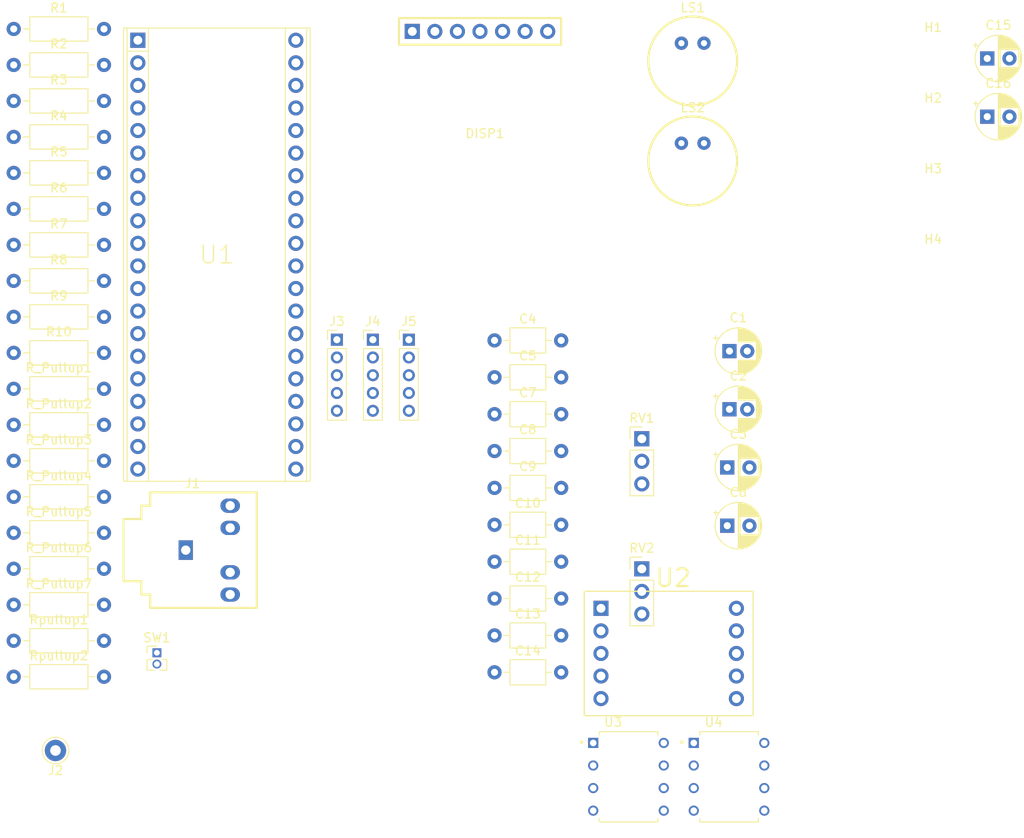
<source format=kicad_pcb>
(kicad_pcb (version 20221018) (generator pcbnew)
  (layers (0 "F.Cu" signal) (31 "B.Cu" signal) (34 "B.Paste" user) (35 "F.Paste" user) (36 "B.SilkS" user "B.Silkscreen") (37 "F.SilkS" user "F.Silkscreen") (38 "B.Mask" user) (39 "F.Mask" user) (44 "Edge.Cuts" user))
  (net 0 "")
  (net 1 "Net-(U3-BYPASS)")
  (net 2 "GND")
  (net 3 "Net-(U4-BYPASS)")
  (net 4 "Net-(C3-Pad2)")
  (net 5 "/ROUT")
  (net 6 "/LOUT")
  (net 7 "Net-(C11-Pad2)")
  (net 8 "Net-(C10-Pad2)")
  (net 9 "Net-(C13-Pad2)")
  (net 10 "Net-(C14-Pad2)")
  (net 11 "/3V3")
  (net 12 "/SCK")
  (net 13 "/SDA")
  (net 14 "/RES")
  (net 15 "/DC")
  (net 16 "/CS")
  (net 17 "/RSpeaker")
  (net 18 "/LSpeaker")
  (net 19 "Net-(J2-Pin_1)")
  (net 20 "/I2CSCK")
  (net 21 "/I2CTX")
  (net 22 "Net-(U3-+)")
  (net 23 "Net-(U4-+)")
  (net 24 "/SW1")
  (net 25 "/SW2")
  (net 26 "/SW3")
  (net 27 "/SW4")
  (net 28 "Net-(C3-Pad1)")
  (net 29 "Net-(C4-Pad2)")
  (net 30 "Net-(C5-Pad1)")
  (net 31 "Net-(C5-Pad2)")
  (net 32 "Net-(C6-Pad2)")
  (net 33 "Net-(C7-Pad2)")
  (net 46 "Net-(C8-Pad2)")
  (net 47 "+5V")
  (net 55 "/ROT1B")
  (net 56 "Net-(C9-Pad2)")
  (net 57 "/ROT1A")
  (net 58 "/ROT2A")
  (net 59 "/ROT2B")
  (net 60 "Net-(C12-Pad2)")
  (net 61 "/ROT3A")
  (net 62 "/ROT3B")
  (net 63 "5V")
  (net 64 "Net-(C15-Pad1)")
  (net 65 "Net-(C16-Pad1)")
  (footprint "Capacitor_THT:C_Axial_L3.8mm_D2.6mm_P7.50mm_Horizontal" (layer "F.Cu") (at 95.64 91.98)
    (fp_text reference "C11" (at 3.75 -2.42) (layer "F.SilkS"))
    (fp_text value "0.05 µF")
    (pad "1" thru_hole circle (at 0 0) (size 1.6 1.6) (drill 0.8) (layers "*.Cu" "*.Mask") (net 58 "/ROT2A"))
    (pad "2" thru_hole oval (at 7.5 0) (size 1.6 1.6) (drill 0.8) (layers "*.Cu" "*.Mask") (net 7 "Net-(C11-Pad2)"))
  )
  (footprint "Resistor_THT:R_Axial_DIN0207_L6.3mm_D2.5mm_P10.16mm_Horizontal" (layer "F.Cu") (at 41.53 36.08)
    (fp_text reference "R2" (at 5.08 -2.37) (layer "F.SilkS"))
    (fp_text value "10Ω")
    (pad "1" thru_hole circle (at 0 0) (size 1.6 1.6) (drill 0.8) (layers "*.Cu" "*.Mask") (net 31 "Net-(C5-Pad2)"))
    (pad "2" thru_hole oval (at 10.16 0) (size 1.6 1.6) (drill 0.8) (layers "*.Cu" "*.Mask") (net 2 "GND"))
  )
  (footprint "Capacitor_THT:C_Axial_L3.8mm_D2.6mm_P7.50mm_Horizontal" (layer "F.Cu") (at 95.64 87.83)
    (fp_text reference "C10" (at 3.75 -2.42) (layer "F.SilkS"))
    (fp_text value "0.05 µF")
    (pad "1" thru_hole circle (at 0 0) (size 1.6 1.6) (drill 0.8) (layers "*.Cu" "*.Mask") (net 57 "/ROT1A"))
    (pad "2" thru_hole oval (at 7.5 0) (size 1.6 1.6) (drill 0.8) (layers "*.Cu" "*.Mask") (net 8 "Net-(C10-Pad2)"))
  )
  (footprint "Capacitor_THT:CP_Radial_D5.0mm_P2.00mm" (layer "F.Cu") (at 122.079775 68.28)
    (fp_text reference "C1" (at 1 -3.75) (layer "F.SilkS"))
    (fp_text value "10 µF")
    (pad "1" thru_hole rect (at 0 0) (size 1.6 1.6) (drill 0.8) (layers "*.Cu" "*.Mask") (net 1 "Net-(U3-BYPASS)"))
    (pad "2" thru_hole circle (at 2 0) (size 1.6 1.6) (drill 0.8) (layers "*.Cu" "*.Mask") (net 2 "GND"))
  )
  (footprint "Connector_PinHeader_2.54mm:PinHeader_1x03_P2.54mm_Vertical" (layer "F.Cu") (at 112.215 92.791)
    (fp_text reference "RV2" (at 0 -2.33) (layer "F.SilkS"))
    (fp_text value "10kΩ")
    (pad "1" thru_hole rect (at 0 0) (size 1.7 1.7) (drill 1) (layers "*.Cu" "*.Mask") (net 17 "/RSpeaker"))
    (pad "2" thru_hole oval (at 0 2.54) (size 1.7 1.7) (drill 1) (layers "*.Cu" "*.Mask") (net 65 "Net-(C16-Pad1)"))
    (pad "3" thru_hole oval (at 0 5.08) (size 1.7 1.7) (drill 1) (layers "*.Cu" "*.Mask") (net 2 "GND"))
  )
  (footprint "Capacitor_THT:C_Axial_L3.8mm_D2.6mm_P7.50mm_Horizontal" (layer "F.Cu") (at 95.64 100.28)
    (fp_text reference "C13" (at 3.75 -2.42) (layer "F.SilkS"))
    (fp_text value "0.05 µF")
    (pad "1" thru_hole circle (at 0 0) (size 1.6 1.6) (drill 0.8) (layers "*.Cu" "*.Mask") (net 61 "/ROT3A"))
    (pad "2" thru_hole oval (at 7.5 0) (size 1.6 1.6) (drill 0.8) (layers "*.Cu" "*.Mask") (net 9 "Net-(C13-Pad2)"))
  )
  (footprint "Resistor_THT:R_Axial_DIN0207_L6.3mm_D2.5mm_P10.16mm_Horizontal" (layer "F.Cu") (at 41.53 96.83)
    (fp_text reference "R_Pullup7" (at 5.08 -2.37) (layer "F.SilkS"))
    (fp_text value "2kΩ")
    (pad "1" thru_hole circle (at 0 0) (size 1.6 1.6) (drill 0.8) (layers "*.Cu" "*.Mask") (net 61 "/ROT3A"))
    (pad "2" thru_hole oval (at 10.16 0) (size 1.6 1.6) (drill 0.8) (layers "*.Cu" "*.Mask") (net 11 "/3V3"))
  )
  (footprint "Resistor_THT:R_Axial_DIN0207_L6.3mm_D2.5mm_P10.16mm_Horizontal" (layer "F.Cu") (at 41.53 52.28)
    (fp_text reference "R6" (at 5.08 -2.37) (layer "F.SilkS"))
    (fp_text value "10Ω")
    (pad "1" thru_hole circle (at 0 0) (size 1.6 1.6) (drill 0.8) (layers "*.Cu" "*.Mask") (net 8 "Net-(C10-Pad2)"))
    (pad "2" thru_hole oval (at 10.16 0) (size 1.6 1.6) (drill 0.8) (layers "*.Cu" "*.Mask") (net 2 "GND"))
  )
  (footprint "Capacitor_THT:CP_Radial_D5.0mm_P2.50mm" (layer "F.Cu") (at 121.829775 87.93)
    (fp_text reference "C6" (at 1.25 -3.75) (layer "F.SilkS"))
    (fp_text value "470 µF")
    (pad "1" thru_hole rect (at 0 0) (size 1.6 1.6) (drill 0.8) (layers "*.Cu" "*.Mask") (net 30 "Net-(C5-Pad1)"))
    (pad "2" thru_hole circle (at 2.5 0) (size 1.6 1.6) (drill 0.8) (layers "*.Cu" "*.Mask") (net 32 "Net-(C6-Pad2)"))
  )
  (footprint "Capacitor_THT:C_Axial_L3.8mm_D2.6mm_P7.50mm_Horizontal" (layer "F.Cu") (at 95.64 75.38)
    (fp_text reference "C7" (at 3.75 -2.42) (layer "F.SilkS"))
    (fp_text value "0.05 µF")
    (pad "1" thru_hole circle (at 0 0) (size 1.6 1.6) (drill 0.8) (layers "*.Cu" "*.Mask") (net 6 "/LOUT"))
    (pad "2" thru_hole oval (at 7.5 0) (size 1.6 1.6) (drill 0.8) (layers "*.Cu" "*.Mask") (net 33 "Net-(C7-Pad2)"))
  )
  (footprint "ECE:RDA5807M_Module_TH" (layer "F.Cu") (at 115.24 102.31)
    (fp_text reference "U2" (at 0.5 -8.5 unlocked) (layer "F.SilkS") (effects (font (size 2 2) (thickness 0.25))))
    (fp_text value "RDA5807M_Module")
    (pad "1" thru_hole rect (at -7.62 -5.08 180) (size 1.7 1.7) (drill 1) (layers "*.Cu" "*.Mask") (net 21 "/I2CTX"))
    (pad "2" thru_hole circle (at -7.62 -2.54 180) (size 1.7 1.7) (drill 1) (layers "*.Cu" "*.Mask") (net 20 "/I2CSCK"))
    (pad "3" thru_hole circle (at -7.62 0 180) (size 1.7 1.7) (drill 1) (layers "*.Cu" "*.Mask"))
    (pad "4" thru_hole circle (at -7.62 2.54 180) (size 1.7 1.7) (drill 1) (layers "*.Cu" "*.Mask"))
    (pad "5" thru_hole circle (at -7.62 5.08 180) (size 1.7 1.7) (drill 1) (layers "*.Cu" "*.Mask") (net 11 "/3V3"))
    (pad "6" thru_hole circle (at 7.62 5.08 180) (size 1.7 1.7) (drill 1) (layers "*.Cu" "*.Mask") (net 2 "GND"))
    (pad "7" thru_hole circle (at 7.62 2.54 180) (size 1.7 1.7) (drill 1) (layers "*.Cu" "*.Mask") (net 5 "/ROUT"))
    (pad "8" thru_hole circle (at 7.62 0 180) (size 1.7 1.7) (drill 1) (layers "*.Cu" "*.Mask") (net 6 "/LOUT"))
    (pad "9" thru_hole circle (at 7.62 -2.54 180) (size 1.7 1.7) (drill 1) (layers "*.Cu" "*.Mask"))
    (pad "10" thru_hole circle (at 7.62 -5.08 180) (size 1.7 1.7) (drill 1) (layers "*.Cu" "*.Mask") (net 19 "Net-(J2-Pin_1)"))
  )
  (footprint "LM386N_4:DIP794W45P254L1016H508Q8" (layer "F.Cu") (at 110.715 116.19)
    (fp_text reference "U3" (at -1.725 -6.135) (layer "F.SilkS"))
    (fp_text value "LM386")
    (pad "1" thru_hole rect (at -3.97 -3.81) (size 1.14 1.14) (drill 0.74) (layers "*.Cu" "*.Mask"))
    (pad "2" thru_hole circle (at -3.97 -1.27) (size 1.14 1.14) (drill 0.74) (layers "*.Cu" "*.Mask") (net 2 "GND"))
    (pad "3" thru_hole circle (at -3.97 1.27) (size 1.14 1.14) (drill 0.74) (layers "*.Cu" "*.Mask") (net 22 "Net-(U3-+)"))
    (pad "4" thru_hole circle (at -3.97 3.81) (size 1.14 1.14) (drill 0.74) (layers "*.Cu" "*.Mask") (net 2 "GND"))
    (pad "5" thru_hole circle (at 3.97 3.81) (size 1.14 1.14) (drill 0.74) (layers "*.Cu" "*.Mask") (net 30 "Net-(C5-Pad1)"))
    (pad "6" thru_hole circle (at 3.97 1.27) (size 1.14 1.14) (drill 0.74) (layers "*.Cu" "*.Mask") (net 63 "5V"))
    (pad "7" thru_hole circle (at 3.97 -1.27) (size 1.14 1.14) (drill 0.74) (layers "*.Cu" "*.Mask") (net 1 "Net-(U3-BYPASS)"))
    (pad "8" thru_hole circle (at 3.97 -3.81) (size 1.14 1.14) (drill 0.74) (layers "*.Cu" "*.Mask"))
  )
  (footprint "Capacitor_THT:C_Axial_L3.8mm_D2.6mm_P7.50mm_Horizontal" (layer "F.Cu") (at 95.64 104.43)
    (fp_text reference "C14" (at 3.75 -2.42) (layer "F.SilkS"))
    (fp_text value "0.05 µF")
    (pad "1" thru_hole circle (at 0 0) (size 1.6 1.6) (drill 0.8) (layers "*.Cu" "*.Mask") (net 62 "/ROT3B"))
    (pad "2" thru_hole oval (at 7.5 0) (size 1.6 1.6) (drill 0.8) (layers "*.Cu" "*.Mask") (net 10 "Net-(C14-Pad2)"))
  )
  (footprint "Capacitor_THT:CP_Radial_D5.0mm_P2.50mm" (layer "F.Cu") (at 121.829775 81.38)
    (fp_text reference "C3" (at 1.25 -3.75) (layer "F.SilkS"))
    (fp_text value "470 µF")
    (pad "1" thru_hole rect (at 0 0) (size 1.6 1.6) (drill 0.8) (layers "*.Cu" "*.Mask") (net 28 "Net-(C3-Pad1)"))
    (pad "2" thru_hole circle (at 2.5 0) (size 1.6 1.6) (drill 0.8) (layers "*.Cu" "*.Mask") (net 4 "Net-(C3-Pad2)"))
  )
  (footprint "Resistor_THT:R_Axial_DIN0207_L6.3mm_D2.5mm_P10.16mm_Horizontal" (layer "F.Cu") (at 41.53 88.73)
    (fp_text reference "R_Pullup5" (at 5.08 -2.37) (layer "F.SilkS"))
    (fp_text value "2kΩ")
    (pad "1" thru_hole circle (at 0 0) (size 1.6 1.6) (drill 0.8) (layers "*.Cu" "*.Mask") (net 58 "/ROT2A"))
    (pad "2" thru_hole oval (at 10.16 0) (size 1.6 1.6) (drill 0.8) (layers "*.Cu" "*.Mask") (net 11 "/3V3"))
  )
  (footprint "Connector_PinHeader_2.00mm:PinHeader_1x05_P2.00mm_Vertical" (layer "F.Cu") (at 86 67)
    (fp_text reference "J5" (at 0 -2.06) (layer "F.SilkS"))
    (fp_text value "Conn_01x05")
    (pad "1" thru_hole rect (at 0 0) (size 1.35 1.35) (drill 0.8) (layers "*.Cu" "*.Mask") (net 59 "/ROT2B"))
    (pad "2" thru_hole oval (at 0 2) (size 1.35 1.35) (drill 0.8) (layers "*.Cu" "*.Mask") (net 27 "/SW4"))
    (pad "3" thru_hole oval (at 0 4) (size 1.35 1.35) (drill 0.8) (layers "*.Cu" "*.Mask") (net 2 "GND"))
    (pad "4" thru_hole oval (at 0 6) (size 1.35 1.35) (drill 0.8) (layers "*.Cu" "*.Mask") (net 2 "GND"))
    (pad "5" thru_hole oval (at 0 8) (size 1.35 1.35) (drill 0.8) (layers "*.Cu" "*.Mask") (net 58 "/ROT2A"))
  )
  (footprint "Resistor_THT:R_Axial_DIN0207_L6.3mm_D2.5mm_P10.16mm_Horizontal" (layer "F.Cu") (at 41.53 60.38)
    (fp_text reference "R8" (at 5.08 -2.37) (layer "F.SilkS"))
    (fp_text value "10Ω")
    (pad "1" thru_hole circle (at 0 0) (size 1.6 1.6) (drill 0.8) (layers "*.Cu" "*.Mask") (net 60 "Net-(C12-Pad2)"))
    (pad "2" thru_hole oval (at 10.16 0) (size 1.6 1.6) (drill 0.8) (layers "*.Cu" "*.Mask") (net 2 "GND"))
  )
  (footprint "MountingHole:MountingHole_3.2mm_M3" (layer "F.Cu") (at 145 51.95)
    (fp_text reference "H3" (at 0 -4.2) (layer "F.SilkS"))
    (fp_text value "MountingHole")
    (pad "" np_thru_hole circle (at 0 0) (size 3.2 3.2) (drill 3.2) (layers "*.Cu" "*.Mask"))
  )
  (footprint "Resistor_THT:R_Axial_DIN0207_L6.3mm_D2.5mm_P10.16mm_Horizontal" (layer "F.Cu") (at 41.53 80.63)
    (fp_text reference "R_Pullup3" (at 5.08 -2.37) (layer "F.SilkS"))
    (fp_text value "2kΩ")
    (pad "1" thru_hole circle (at 0 0) (size 1.6 1.6) (drill 0.8) (layers "*.Cu" "*.Mask") (net 16 "/CS"))
    (pad "2" thru_hole oval (at 10.16 0) (size 1.6 1.6) (drill 0.8) (layers "*.Cu" "*.Mask") (net 11 "/3V3"))
  )
  (footprint "Capacitor_THT:C_Axial_L3.8mm_D2.6mm_P7.50mm_Horizontal" (layer "F.Cu") (at 95.64 79.53)
    (fp_text reference "C8" (at 3.75 -2.42) (layer "F.SilkS"))
    (fp_text value "0.05 µF")
    (pad "1" thru_hole circle (at 0 0) (size 1.6 1.6) (drill 0.8) (layers "*.Cu" "*.Mask") (net 5 "/ROUT"))
    (pad "2" thru_hole oval (at 7.5 0) (size 1.6 1.6) (drill 0.8) (layers "*.Cu" "*.Mask") (net 46 "Net-(C8-Pad2)"))
  )
  (footprint "Resistor_THT:R_Axial_DIN0207_L6.3mm_D2.5mm_P10.16mm_Horizontal" (layer "F.Cu") (at 41.53 48.23)
    (fp_text reference "R5" (at 5.08 -2.37) (layer "F.SilkS"))
    (fp_text value "10Ω")
    (pad "1" thru_hole circle (at 0 0) (size 1.6 1.6) (drill 0.8) (layers "*.Cu" "*.Mask") (net 56 "Net-(C9-Pad2)"))
    (pad "2" thru_hole oval (at 10.16 0) (size 1.6 1.6) (drill 0.8) (layers "*.Cu" "*.Mask") (net 2 "GND"))
  )
  (footprint "Capacitor_THT:C_Axial_L3.8mm_D2.6mm_P7.50mm_Horizontal" (layer "F.Cu") (at 95.64 67.08)
    (fp_text reference "C4" (at 3.75 -2.42) (layer "F.SilkS"))
    (fp_text value "0.05 µF")
    (pad "1" thru_hole circle (at 0 0) (size 1.6 1.6) (drill 0.8) (layers "*.Cu" "*.Mask") (net 28 "Net-(C3-Pad1)"))
    (pad "2" thru_hole oval (at 7.5 0) (size 1.6 1.6) (drill 0.8) (layers "*.Cu" "*.Mask") (net 29 "Net-(C4-Pad2)"))
  )
  (footprint "LM386N_4:DIP794W45P254L1016H508Q8" (layer "F.Cu") (at 122.03 116.19)
    (fp_text reference "U4" (at -1.725 -6.135) (layer "F.SilkS"))
    (fp_text value "LM386")
    (pad "1" thru_hole rect (at -3.97 -3.81) (size 1.14 1.14) (drill 0.74) (layers "*.Cu" "*.Mask"))
    (pad "2" thru_hole circle (at -3.97 -1.27) (size 1.14 1.14) (drill 0.74) (layers "*.Cu" "*.Mask") (net 2 "GND"))
    (pad "3" thru_hole circle (at -3.97 1.27) (size 1.14 1.14) (drill 0.74) (layers "*.Cu" "*.Mask") (net 23 "Net-(U4-+)"))
    (pad "4" thru_hole circle (at -3.97 3.81) (size 1.14 1.14) (drill 0.74) (layers "*.Cu" "*.Mask") (net 2 "GND"))
    (pad "5" thru_hole circle (at 3.97 3.81) (size 1.14 1.14) (drill 0.74) (layers "*.Cu" "*.Mask") (net 28 "Net-(C3-Pad1)"))
    (pad "6" thru_hole circle (at 3.97 1.27) (size 1.14 1.14) (drill 0.74) (layers "*.Cu" "*.Mask") (net 63 "5V"))
    (pad "7" thru_hole circle (at 3.97 -1.27) (size 1.14 1.14) (drill 0.74) (layers "*.Cu" "*.Mask") (net 3 "Net-(U4-BYPASS)"))
    (pad "8" thru_hole circle (at 3.97 -3.81) (size 1.14 1.14) (drill 0.74) (layers "*.Cu" "*.Mask"))
  )
  (footprint "Connector_Pin:Pin_D1.0mm_L10.0mm_LooseFit" (layer "F.Cu") (at 46.23 113.23)
    (fp_text reference "J2" (at 0 2.25) (layer "F.SilkS"))
    (fp_text value "Conn_01x01_Pin")
    (pad "1" thru_hole circle (at 0 0) (size 2.4 2.4) (drill 1.2) (layers "*.Cu" "*.Mask") (net 19 "Net-(J2-Pin_1)"))
  )
  (footprint "Capacitor_THT:C_Axial_L3.8mm_D2.6mm_P7.50mm_Horizontal" (layer "F.Cu") (at 95.64 71.23)
    (fp_text reference "C5" (at 3.75 -2.42) (layer "F.SilkS"))
    (fp_text value "0.05 µF")
    (pad "1" thru_hole circle (at 0 0) (size 1.6 1.6) (drill 0.8) (layers "*.Cu" "*.Mask") (net 30 "Net-(C5-Pad1)"))
    (pad "2" thru_hole oval (at 7.5 0) (size 1.6 1.6) (drill 0.8) (layers "*.Cu" "*.Mask") (net 31 "Net-(C5-Pad2)"))
  )
  (footprint "Connector_PinHeader_2.00mm:PinHeader_1x05_P2.00mm_Vertical" (layer "F.Cu") (at 77.9 67)
    (fp_text reference "J3" (at 0 -2.06) (layer "F.SilkS"))
    (fp_text value "Conn_01x05")
    (pad "1" thru_hole rect (at 0 0) (size 1.35 1.35) (drill 0.8) (layers "*.Cu" "*.Mask") (net 62 "/ROT3B"))
    (pad "2" thru_hole oval (at 0 2) (size 1.35 1.35) (drill 0.8) (layers "*.Cu" "*.Mask") (net 2 "GND"))
    (pad "3" thru_hole oval (at 0 4) (size 1.35 1.35) (drill 0.8) (layers "*.Cu" "*.Mask") (net 2 "GND"))
    (pad "4" thru_hole oval (at 0 6) (size 1.35 1.35) (drill 0.8) (layers "*.Cu" "*.Mask") (net 26 "/SW3"))
    (pad "5" thru_hole oval (at 0 8) (size 1.35 1.35) (drill 0.8) (layers "*.Cu" "*.Mask") (net 61 "/ROT3A"))
  )
  (footprint "Capacitor_THT:CP_Radial_D5.0mm_P2.50mm" (layer "F.Cu") (at 151.089775 41.9)
    (fp_text reference "C16" (at 1.25 -3.75) (layer "F.SilkS"))
    (fp_text value "470 µF")
    (pad "1" thru_hole rect (at 0 0) (size 1.6 1.6) (drill 0.8) (layers "*.Cu" "*.Mask") (net 65 "Net-(C16-Pad1)"))
    (pad "2" thru_hole circle (at 2.5 0) (size 1.6 1.6) (drill 0.8) (layers "*.Cu" "*.Mask") (net 23 "Net-(U4-+)"))
  )
  (footprint "ECE:RPi_Pico_TH" (layer "F.Cu") (at 64.39 57.43)
    (fp_text reference "U1" (at 0 0 unlocked) (layer "F.SilkS") (effects (font (size 2 2))))
    (fp_text value "RPi_Pico_TH")
    (pad "1" thru_hole rect (at -8.89 -24.13) (size 1.7 1.7) (drill 1) (layers "*.Cu" "*.Mask") (net 24 "/SW1"))
    (pad "2" thru_hole circle (at -8.89 -21.59) (size 1.7 1.7) (drill 1) (layers "*.Cu" "*.Mask") (net 25 "/SW2"))
    (pad "3" thru_hole circle (at -8.89 -19.05) (size 1.7 1.7) (drill 1) (layers "*.Cu" "*.Mask") (net 2 "GND"))
    (pad "4" thru_hole circle (at -8.89 -16.51) (size 1.7 1.7) (drill 1) (layers "*.Cu" "*.Mask") (net 26 "/SW3"))
    (pad "5" thru_hole circle (at -8.89 -13.97) (size 1.7 1.7) (drill 1) (layers "*.Cu" "*.Mask") (net 27 "/SW4"))
    (pad "6" thru_hole circle (at -8.89 -11.43) (size 1.7 1.7) (drill 1) (layers "*.Cu" "*.Mask") (net 57 "/ROT1A"))
    (pad "7" thru_hole circle (at -8.89 -8.89) (size 1.7 1.7) (drill 1) (layers "*.Cu" "*.Mask") (net 55 "/ROT1B"))
    (pad "8" thru_hole circle (at -8.89 -6.35) (size 1.7 1.7) (drill 1) (layers "*.Cu" "*.Mask") (net 2 "GND"))
    (pad "9" thru_hole circle (at -8.89 -3.81) (size 1.7 1.7) (drill 1) (layers "*.Cu" "*.Mask") (net 58 "/ROT2A"))
    (pad "10" thru_hole circle (at -8.89 -1.27) (size 1.7 1.7) (drill 1) (layers "*.Cu" "*.Mask") (net 59 "/ROT2B"))
    (pad "11" thru_hole circle (at -8.89 1.27) (size 1.7 1.7) (drill 1) (layers "*.Cu" "*.Mask"))
    (pad "12" thru_hole circle (at -8.89 3.81) (size 1.7 1.7) (drill 1) (layers "*.Cu" "*.Mask"))
    (pad "13" thru_hole circle (at -8.89 6.35) (size 1.7 1.7) (drill 1) (layers "*.Cu" "*.Mask") (net 2 "GND"))
    (pad "14" thru_hole circle (at -8.89 8.89) (size 1.7 1.7) (drill 1) (layers "*.Cu" "*.Mask"))
    (pad "15" thru_hole circle (at -8.89 11.43) (size 1.7 1.7) (drill 1) (layers "*.Cu" "*.Mask"))
    (pad "16" thru_hole circle (at -8.89 13.97) (size 1.7 1.7) (drill 1) (layers "*.Cu" "*.Mask"))
    (pad "17" thru_hole circle (at -8.89 16.51) (size 1.7 1.7) (drill 1) (layers "*.Cu" "*.Mask"))
    (pad "18" thru_hole circle (at -8.89 19.05) (size 1.7 1.7) (drill 1) (layers "*.Cu" "*.Mask") (net 2 "GND"))
    (pad "19" thru_hole circle (at -8.89 21.59) (size 1.7 1.7) (drill 1) (layers "*.Cu" "*.Mask") (net 21 "/I2CTX"))
    (pad "20" thru_hole circle (at -8.89 24.13) (size 1.7 1.7) (drill 1) (layers "*.Cu" "*.Mask") (net 20 "/I2CSCK"))
    (pad "21" thru_hole circle (at 8.89 24.13) (size 1.7 1.7) (drill 1) (layers "*.Cu" "*.Mask"))
    (pad "22" thru_hole circle (at 8.89 21.59) (size 1.7 1.7) (drill 1) (layers "*.Cu" "*.Mask") (net 16 "/CS"))
    (pad "23" thru_hole circle (at 8.89 19.05) (size 1.7 1.7) (drill 1) (layers "*.Cu" "*.Mask") (net 2 "GND"))
    (pad "24" thru_hole circle (at 8.89 16.51) (size 1.7 1.7) (drill 1) (layers "*.Cu" "*.Mask") (net 12 "/SCK"))
    (pad "25" thru_hole circle (at 8.89 13.97) (size 1.7 1.7) (drill 1) (layers "*.Cu" "*.Mask") (net 13 "/SDA"))
    (pad "26" thru_hole circle (at 8.89 11.43) (size 1.7 1.7) (drill 1) (layers "*.Cu" "*.Mask") (net 15 "/DC"))
    (pad "27" thru_hole circle (at 8.89 8.89) (size 1.7 1.7) (drill 1) (layers "*.Cu" "*.Mask") (net 14 "/RES"))
    (pad "28" thru_hole circle (at 8.89 6.35) (size 1.7 1.7) (drill 1) (layers "*.Cu" "*.Mask") (net 2 "GND"))
    (pad "29" thru_hole circle (at 8.89 3.81) (size 1.7 1.7) (drill 1) (layers "*.Cu" "*.Mask"))
    (pad "30" thru_hole circle (at 8.89 1.27) (size 1.7 1.7) (drill 1) (layers "*.Cu" "*.Mask"))
    (pad "31" thru_hole circle (at 8.89 -1.27) (size 1.7 1.7) (drill 1) (layers "*.Cu" "*.Mask"))
    (pad "32" thru_hole circle (at 8.89 -3.81) (size 1.7 1.7) (drill 1) (layers "*.Cu" "*.Mask") (net 62 "/ROT3B"))
    (pad "33" thru_hole circle (at 8.89 -6.35) (size 1.7 1.7) (drill 1) (layers "*.Cu" "*.Mask") (net 2 "GND"))
    (pad "34" thru_hole circle (at 8.89 -8.89) (size 1.7 1.7) (drill 1) (layers "*.Cu" "*.Mask") (net 61 "/ROT3A"))
    (pad "35" thru_hole circle (at 8.89 -11.43) (size 1.7 1.7) (drill 1) (layers "*.Cu" "*.Mask"))
    (pad "36" thru_hole circle (at 8.89 -13.97) (size 1.7 1.7) (drill 1) (layers "*.Cu" "*.Mask") (net 11 "/3V3"))
    (pad "37" thru_hole circle (at 8.89 -16.51) (size 1.7 1.7) (drill 1) (layers "*.Cu" "*.Mask"))
    (pad "38" thru_hole circle (at 8.89 -19.05) (size 1.7 1.7) (drill 1) (layers "*.Cu" "*.Mask") (net 2 "GND"))
    (pad "39" thru_hole circle (at 8.89 -21.59) (size 1.7 1.7) (drill 1) (layers "*.Cu" "*.Mask") (net 63 "5V"))
    (pad "40" thru_hole circle (at 8.89 -24.13) (size 1.7 1.7) (drill 1) (layers "*.Cu" "*.Mask") (net 47 "+5V"))
  )
  (footprint "Resistor_THT:R_Axial_DIN0207_L6.3mm_D2.5mm_P10.16mm_Horizontal" (layer "F.Cu") (at 41.53 92.78)
    (fp_text reference "R_Pullup6" (at 5.08 -2.37) (layer "F.SilkS"))
    (fp_text value "2kΩ")
    (pad "1" thru_hole circle (at 0 0) (size 1.6 1.6) (drill 0.8) (layers "*.Cu" "*.Mask") (net 62 "/ROT3B"))
    (pad "2" thru_hole oval (at 10.16 0) (size 1.6 1.6) (drill 0.8) (layers "*.Cu" "*.Mask") (net 11 "/3V3"))
  )
  (footprint "ECE:OLED_Display_1.3" (layer "F.Cu") (at 76.265 64.255)
    (fp_text reference "DISP1" (at 18.29 -20.46 unlocked) (layer "F.SilkS"))
    (fp_text value "OLED Display")
    (pad "1" thru_hole rect (at 10.12 -31.95 270) (size 1.7 1.7) (drill 1) (layers "*.Cu" "*.Mask") (net 2 "GND"))
    (pad "2" thru_hole circle (at 12.66 -31.95 270) (size 1.7 1.7) (drill 1) (layers "*.Cu" "*.Mask") (net 11 "/3V3"))
    (pad "3" thru_hole circle (at 15.2 -31.95 270) (size 1.7 1.7) (drill 1) (layers "*.Cu" "*.Mask") (net 12 "/SCK"))
    (pad "4" thru_hole circle (at 17.74 -31.95 270) (size 1.7 1.7) (drill 1) (layers "*.Cu" "*.Mask") (net 13 "/SDA"))
    (pad "5" thru_hole circle (at 20.28 -31.95 270) (size 1.7 1.7) (drill 1) (layers "*.Cu" "*.Mask") (net 14 "/RES"))
    (pad "6" thru_hole circle (at 22.82 -31.95 270) (size 1.7 1.7) (drill 1) (layers "*.Cu" "*.Mask") (net 15 "/DC"))
    (pad "7" thru_hole circle (at 25.36 -31.95 270) (size 1.7 1.7) (drill 1) (layers "*.Cu" "*.Mask") (net 16 "/CS"))
  )
  (footprint "Resistor_THT:R_Axial_DIN0207_L6.3mm_D2.5mm_P10.16mm_Horizontal" (layer "F.Cu") (at 41.53 32.03)
    (fp_text reference "R1" (at 5.08 -2.37) (layer "F.SilkS"))
    (fp_text value "10Ω")
    (pad "1" thru_hole circle (at 0 0) (size 1.6 1.6) (drill 0.8) (layers "*.Cu" "*.Mask") (net 29 "Net-(C4-Pad2)"))
    (pad "2" thru_hole oval (at 10.16 0) (size 1.6 1.6) (drill 0.8) (layers "*.Cu" "*.Mask") (net 2 "GND"))
  )
  (footprint "Resistor_THT:R_Axial_DIN0207_L6.3mm_D2.5mm_P10.16mm_Horizontal" (layer "F.Cu") (at 41.53 44.18)
    (fp_text reference "R4" (at 5.08 -2.37) (layer "F.SilkS"))
    (fp_text value "10Ω")
    (pad "1" thru_hole circle (at 0 0) (size 1.6 1.6) (drill 0.8) (layers "*.Cu" "*.Mask") (net 33 "Net-(C7-Pad2)"))
    (pad "2" thru_hole oval (at 10.16 0) (size 1.6 1.6) (drill 0.8) (layers "*.Cu" "*.Mask") (net 2 "GND"))
  )
  (footprint "ECE:CUE_SJ1-352XNG" (layer "F.Cu") (at 60.89 90.68)
    (fp_text reference "J1" (at 0.762 -7.493) (layer "F.SilkS") (effects (font (size 1.016 1.016) (thickness 0.1524))))
    (fp_text value "CUE_SJ1-352XNG")
    (pad "1" thru_hole rect (at 0 0) (size 1.6 2.2) (drill 1.05) (layers "*.Cu" "*.Mask") (net 2 "GND"))
    (pad "2" thru_hole oval (at 5 -5) (size 2.2 1.6) (drill 1.05) (layers "*.Cu" "*.Mask") (net 17 "/RSpeaker"))
    (pad "3" thru_hole oval (at 5 5) (size 2.2 1.6) (drill 1.05) (layers "*.Cu" "*.Mask") (net 18 "/LSpeaker"))
    (pad "4" thru_hole oval (at 5 -2.5) (size 2.2 1.6) (drill 1.05) (layers "*.Cu" "*.Mask") (net 6 "/LOUT"))
    (pad "5" thru_hole oval (at 5 2.5) (size 2.2 1.6) (drill 1.05) (layers "*.Cu" "*.Mask") (net 5 "/ROUT"))
  )
  (footprint "MountingHole:MountingHole_3.2mm_M3" (layer "F.Cu") (at 145 36.05)
    (fp_text reference "H1" (at 0 -4.2) (layer "F.SilkS"))
    (fp_text value "MountingHole")
    (pad "" np_thru_hole circle (at 0 0) (size 3.2 3.2) (drill 3.2) (layers "*.Cu" "*.Mask"))
  )
  (footprint "Capacitor_THT:C_Axial_L3.8mm_D2.6mm_P7.50mm_Horizontal" (layer "F.Cu") (at 95.64 83.68)
    (fp_text reference "C9" (at 3.75 -2.42) (layer "F.SilkS"))
    (fp_text value "0.05 µF")
    (pad "1" thru_hole circle (at 0 0) (size 1.6 1.6) (drill 0.8) (layers "*.Cu" "*.Mask") (net 55 "/ROT1B"))
    (pad "2" thru_hole oval (at 7.5 0) (size 1.6 1.6) (drill 0.8) (layers "*.Cu" "*.Mask") (net 56 "Net-(C9-Pad2)"))
  )
  (footprint "ECE:CUE_CMA-4544PF-W" (layer "F.Cu") (at 117.942 35.632)
    (fp_text reference "LS1" (at 0 -6) (layer "F.SilkS") (effects (font (size 1.016 1.016) (thickness 0.1524))))
    (fp_text value "Speaker")
    (pad "1" thru_hole circle (at 1.27 -2) (size 1.5 1.5) (drill 0.7) (layers "*.Cu" "*.Mask") (net 32 "Net-(C6-Pad2)"))
    (pad "2" thru_hole circle (at -1.27 -2) (size 1.5 1.5) (drill 0.7) (layers "*.Cu" "*.Mask") (net 2 "GND"))
  )
  (footprint "Connector_PinHeader_2.00mm:PinHeader_1x05_P2.00mm_Vertical" (layer "F.Cu") (at 81.95 67)
    (fp_text reference "J4" (at 0 -2.06) (layer "F.SilkS"))
    (fp_text value "Conn_01x05")
    (pad "1" thru_hole rect (at 0 0) (size 1.35 1.35) (drill 0.8) (layers "*.Cu" "*.Mask") (net 55 "/ROT1B"))
    (pad "2" thru_hole oval (at 0 2) (size 1.35 1.35) (drill 0.8) (layers "*.Cu" "*.Mask") (net 25 "/SW2"))
    (pad "3" thru_hole oval (at 0 4) (size 1.35 1.35) (drill 0.8) (layers "*.Cu" "*.Mask") (net 2 "GND"))
    (pad "4" thru_hole oval (at 0 6) (size 1.35 1.35) (drill 0.8) (layers "*.Cu" "*.Mask") (net 2 "GND"))
    (pad "5" thru_hole oval (at 0 8) (size 1.35 1.35) (drill 0.8) (layers "*.Cu" "*.Mask") (net 57 "/ROT1A"))
  )
  (footprint "Capacitor_THT:CP_Radial_D5.0mm_P2.50mm" (layer "F.Cu") (at 151.089775 35.35)
    (fp_text reference "C15" (at 1.25 -3.75) (layer "F.SilkS"))
    (fp_text value "470 µF")
    (pad "1" thru_hole rect (at 0 0) (size 1.6 1.6) (drill 0.8) (layers "*.Cu" "*.Mask") (net 64 "Net-(C15-Pad1)"))
    (pad "2" thru_hole circle (at 2.5 0) (size 1.6 1.6) (drill 0.8) (layers "*.Cu" "*.Mask") (net 22 "Net-(U3-+)"))
  )
  (footprint "Capacitor_THT:C_Axial_L3.8mm_D2.6mm_P7.50mm_Horizontal" (layer "F.Cu") (at 95.64 96.13)
    (fp_text reference "C12" (at 3.75 -2.42) (layer "F.SilkS"))
    (fp_text value "0.05 µF")
    (pad "1" thru_hole circle (at 0 0) (size 1.6 1.6) (drill 0.8) (layers "*.Cu" "*.Mask") (net 59 "/ROT2B"))
    (pad "2" thru_hole oval (at 7.5 0) (size 1.6 1.6) (drill 0.8) (layers "*.Cu" "*.Mask") (net 60 "Net-(C12-Pad2)"))
  )
  (footprint "Resistor_THT:R_Axial_DIN0207_L6.3mm_D2.5mm_P10.16mm_Horizontal" (layer "F.Cu") (at 41.53 84.68)
    (fp_text reference "R_Pullup4" (at 5.08 -2.37) (layer "F.SilkS"))
    (fp_text value "2kΩ")
    (pad "1" thru_hole circle (at 0 0) (size 1.6 1.6) (drill 0.8) (layers "*.Cu" "*.Mask") (net 59 "/ROT2B"))
    (pad "2" thru_hole oval (at 10.16 0) (size 1.6 1.6) (drill 0.8) (layers "*.Cu" "*.Mask") (net 11 "/3V3"))
  )
  (footprint "Connector_PinHeader_1.27mm:PinHeader_1x02_P1.27mm_Vertical" (layer "F.Cu") (at 57.642515 102.232515)
    (fp_text reference "SW1" (at 0 -1.695) (layer "F.SilkS"))
    (fp_text value "SW_Push")
    (pad "1" thru_hole rect (at 0 0) (size 1 1) (drill 0.65) (layers "*.Cu" "*.Mask") (net 24 "/SW1"))
    (pad "2" thru_hole oval (at 0 1.27) (size 1 1) (drill 0.65) (layers "*.Cu" "*.Mask") (net 2 "GND"))
  )
  (footprint "MountingHole:MountingHole_3.2mm_M3" (layer "F.Cu") (at 145 44)
    (fp_text reference "H2" (at 0 -4.2) (layer "F.SilkS"))
    (fp_text value "MountingHole")
    (pad "" np_thru_hole circle (at 0 0) (size 3.2 3.2) (drill 3.2) (layers "*.Cu" "*.Mask"))
  )
  (footprint "Resistor_THT:R_Axial_DIN0207_L6.3mm_D2.5mm_P10.16mm_Horizontal" (layer "F.Cu") (at 41.53 100.88)
    (fp_text reference "Rpullup1" (at 5.08 -2.37) (layer "F.SilkS"))
    (fp_text value "2k")
    (pad "1" thru_hole circle (at 0 0) (size 1.6 1.6) (drill 0.8) (layers "*.Cu" "*.Mask") (net 20 "/I2CSCK"))
    (pad "2" thru_hole oval (at 10.16 0) (size 1.6 1.6) (drill 0.8) (layers "*.Cu" "*.Mask") (net 11 "/3V3"))
  )
  (footprint "Resistor_THT:R_Axial_DIN0207_L6.3mm_D2.5mm_P10.16mm_Horizontal" (layer "F.Cu") (at 41.53 64.43)
    (fp_text reference "R9" (at 5.08 -2.37) (layer "F.SilkS"))
    (fp_text value "10Ω")
    (pad "1" thru_hole circle (at 0 0) (size 1.6 1.6) (drill 0.8) (layers "*.Cu" "*.Mask") (net 9 "Net-(C13-Pad2)"))
    (pad "2" thru_hole oval (at 10.16 0) (size 1.6 1.6) (drill 0.8) (layers "*.Cu" "*.Mask") (net 2 "GND"))
  )
  (footprint "Connector_PinHeader_2.54mm:PinHeader_1x03_P2.54mm_Vertical" (layer "F.Cu") (at 112.215 78.148)
    (fp_text reference "RV1" (at 0 -2.33) (layer "F.SilkS"))
    (fp_text value "10kΩ")
    (pad "1" thru_hole rect (at 0 0) (size 1.7 1.7) (drill 1) (layers "*.Cu" "*.Mask") (net 18 "/LSpeaker"))
    (pad "2" thru_hole oval (at 0 2.54) (size 1.7 1.7) (drill 1) (layers "*.Cu" "*.Mask") (net 64 "Net-(C15-Pad1)"))
    (pad "3" thru_hole oval (at 0 5.08) (size 1.7 1.7) (drill 1) (layers "*.Cu" "*.Mask") (net 2 "GND"))
  )
  (footprint "Resistor_THT:R_Axial_DIN0207_L6.3mm_D2.5mm_P10.16mm_Horizontal" (layer "F.Cu") (at 41.53 104.93)
    (fp_text reference "Rpullup2" (at 5.08 -2.37) (layer "F.SilkS"))
    (fp_text value "2k")
    (pad "1" thru_hole circle (at 0 0) (size 1.6 1.6) (drill 0.8) (layers "*.Cu" "*.Mask") (net 21 "/I2CTX"))
    (pad "2" thru_hole oval (at 10.16 0) (size 1.6 1.6) (drill 0.8) (layers "*.Cu" "*.Mask") (net 11 "/3V3"))
  )
  (footprint "Capacitor_THT:CP_Radial_D5.0mm_P2.00mm" (layer "F.Cu") (at 122.079775 74.83)
    (fp_text reference "C2" (at 1 -3.75) (layer "F.SilkS"))
    (fp_text value "10 µF")
    (pad "1" thru_hole rect (at 0 0) (size 1.6 1.6) (drill 0.8) (layers "*.Cu" "*.Mask") (net 3 "Net-(U4-BYPASS)"))
    (pad "2" thru_hole circle (at 2 0) (size 1.6 1.6) (drill 0.8) (layers "*.Cu" "*.Mask") (net 2 "GND"))
  )
  (footprint "ECE:CUE_CMA-4544PF-W" (layer "F.Cu") (at 117.942 46.886)
    (fp_text reference "LS2" (at 0 -6) (layer "F.SilkS") (effects (font (size 1.016 1.016) (thickness 0.1524))))
    (fp_text value "Speaker")
    (pad "1" thru_hole circle (at 1.27 -2) (size 1.5 1.5) (drill 0.7) (layers "*.Cu" "*.Mask") (net 4 "Net-(C3-Pad2)"))
    (pad "2" thru_hole circle (at -1.27 -2) (size 1.5 1.5) (drill 0.7) (layers "*.Cu" "*.Mask") (net 2 "GND"))
  )
  (footprint "MountingHole:MountingHole_3.2mm_M3" (layer "F.Cu") (at 145 59.9)
    (fp_text reference "H4" (at 0 -4.2) (layer "F.SilkS"))
    (fp_text value "MountingHole")
    (pad "" np_thru_hole circle (at 0 0) (size 3.2 3.2) (drill 3.2) (layers "*.Cu" "*.Mask"))
  )
  (footprint "Resistor_THT:R_Axial_DIN0207_L6.3mm_D2.5mm_P10.16mm_Horizontal" (layer "F.Cu") (at 41.53 72.53)
    (fp_text reference "R_Pullup1" (at 5.08 -2.37) (layer "F.SilkS"))
    (fp_text value "2kΩ")
    (pad "1" thru_hole circle (at 0 0) (size 1.6 1.6) (drill 0.8) (layers "*.Cu" "*.Mask") (net 55 "/ROT1B"))
    (pad "2" thru_hole oval (at 10.16 0) (size 1.6 1.6) (drill 0.8) (layers "*.Cu" "*.Mask") (net 11 "/3V3"))
  )
  (footprint "Resistor_THT:R_Axial_DIN0207_L6.3mm_D2.5mm_P10.16mm_Horizontal" (layer "F.Cu") (at 41.53 68.48)
    (fp_text reference "R10" (at 5.08 -2.37) (layer "F.SilkS"))
    (fp_text value "10Ω")
    (pad "1" thru_hole circle (at 0 0) (size 1.6 1.6) (drill 0.8) (layers "*.Cu" "*.Mask") (net 10 "Net-(C14-Pad2)"))
    (pad "2" thru_hole oval (at 10.16 0) (size 1.6 1.6) (drill 0.8) (layers "*.Cu" "*.Mask") (net 2 "GND"))
  )
  (footprint "Resistor_THT:R_Axial_DIN0207_L6.3mm_D2.5mm_P10.16mm_Horizontal" (layer "F.Cu") (at 41.53 76.58)
    (fp_text reference "R_Pullup2" (at 5.08 -2.37) (layer "F.SilkS"))
    (fp_text value "2kΩ")
    (pad "1" thru_hole circle (at 0 0) (size 1.6 1.6) (drill 0.8) (layers "*.Cu" "*.Mask") (net 57 "/ROT1A"))
    (pad "2" thru_hole oval (at 10.16 0) (size 1.6 1.6) (drill 0.8) (layers "*.Cu" "*.Mask") (net 11 "/3V3"))
  )
  (footprint "Resistor_THT:R_Axial_DIN0207_L6.3mm_D2.5mm_P10.16mm_Horizontal" (layer "F.Cu") (at 41.53 40.13)
    (fp_text reference "R3" (at 5.08 -2.37) (layer "F.SilkS"))
    (fp_text value "10Ω")
    (pad "1" thru_hole circle (at 0 0) (size 1.6 1.6) (drill 0.8) (layers "*.Cu" "*.Mask") (net 46 "Net-(C8-Pad2)"))
    (pad "2" thru_hole oval (at 10.16 0) (size 1.6 1.6) (drill 0.8) (layers "*.Cu" "*.Mask") (net 2 "GND"))
  )
  (footprint "Resistor_THT:R_Axial_DIN0207_L6.3mm_D2.5mm_P10.16mm_Horizontal" (layer "F.Cu") (at 41.53 56.33)
    (fp_text reference "R7" (at 5.08 -2.37) (layer "F.SilkS"))
    (fp_text value "10Ω")
    (pad "1" thru_hole circle (at 0 0) (size 1.6 1.6) (drill 0.8) (layers "*.Cu" "*.Mask") (net 7 "Net-(C11-Pad2)"))
    (pad "2" thru_hole oval (at 10.16 0) (size 1.6 1.6) (drill 0.8) (layers "*.Cu" "*.Mask") (net 2 "GND"))
  )
)
</source>
